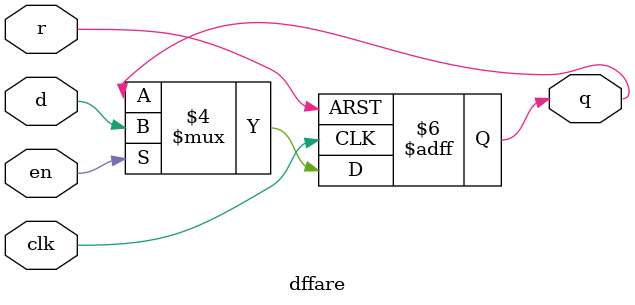
<source format=v>
module dffare #(parameter WIDTH = 1) (
    input clk,
    input r,
    input en,
    input [WIDTH-1:0] d,
    output reg [WIDTH-1:0] q
);

    always @(posedge clk or negedge r)
        if (~r)
            q <= {WIDTH{1'b0}};
        else if (en)
            q <= d;
        else
            q <= q;

endmodule

</source>
